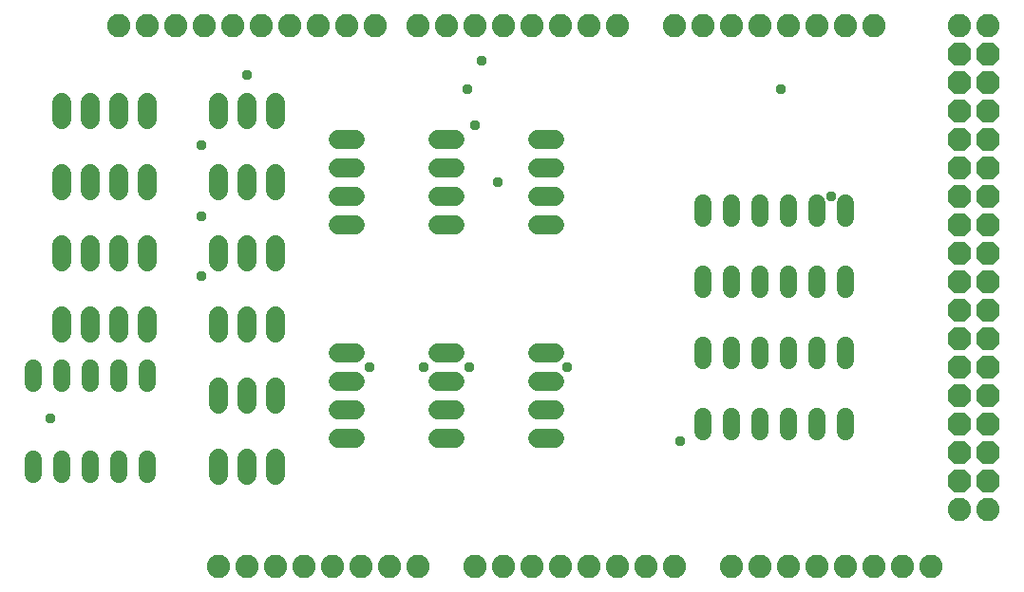
<source format=gbs>
G75*
%MOIN*%
%OFA0B0*%
%FSLAX25Y25*%
%IPPOS*%
%LPD*%
%AMOC8*
5,1,8,0,0,1.08239X$1,22.5*
%
%ADD10C,0.08200*%
%ADD11OC8,0.08200*%
%ADD12C,0.06800*%
%ADD13C,0.06000*%
%ADD14C,0.03778*%
D10*
X0136250Y0019200D03*
X0146250Y0019200D03*
X0156250Y0019200D03*
X0166250Y0019200D03*
X0176250Y0019200D03*
X0186250Y0019200D03*
X0196250Y0019200D03*
X0206250Y0019200D03*
X0226250Y0019200D03*
X0236250Y0019200D03*
X0246250Y0019200D03*
X0256250Y0019200D03*
X0266250Y0019200D03*
X0276250Y0019200D03*
X0286250Y0019200D03*
X0296250Y0019200D03*
X0316250Y0019200D03*
X0326250Y0019200D03*
X0336250Y0019200D03*
X0346250Y0019200D03*
X0356250Y0019200D03*
X0366250Y0019200D03*
X0376250Y0019200D03*
X0386250Y0019200D03*
X0396250Y0039200D03*
X0406250Y0039200D03*
X0406250Y0209200D03*
X0396250Y0209200D03*
X0366250Y0209200D03*
X0356250Y0209200D03*
X0346250Y0209200D03*
X0336250Y0209200D03*
X0326250Y0209200D03*
X0316250Y0209200D03*
X0306250Y0209200D03*
X0296250Y0209200D03*
X0276250Y0209200D03*
X0266250Y0209200D03*
X0256250Y0209200D03*
X0246250Y0209200D03*
X0236250Y0209200D03*
X0226250Y0209200D03*
X0216250Y0209200D03*
X0206250Y0209200D03*
X0191250Y0209200D03*
X0181250Y0209200D03*
X0171250Y0209200D03*
X0161250Y0209200D03*
X0151250Y0209200D03*
X0141250Y0209200D03*
X0131250Y0209200D03*
X0121250Y0209200D03*
X0111250Y0209200D03*
X0101250Y0209200D03*
D11*
X0396250Y0199200D03*
X0406250Y0199200D03*
X0406250Y0189200D03*
X0396250Y0189200D03*
X0396250Y0179200D03*
X0406250Y0179200D03*
X0406250Y0169200D03*
X0396250Y0169200D03*
X0396250Y0159200D03*
X0406250Y0159200D03*
X0406250Y0149200D03*
X0396250Y0149200D03*
X0396250Y0139200D03*
X0406250Y0139200D03*
X0406250Y0129200D03*
X0396250Y0129200D03*
X0396250Y0119200D03*
X0406250Y0119200D03*
X0406250Y0109200D03*
X0396250Y0109200D03*
X0396250Y0099200D03*
X0406250Y0099200D03*
X0406250Y0089200D03*
X0396250Y0089200D03*
X0396250Y0079200D03*
X0406250Y0079200D03*
X0406250Y0069200D03*
X0396250Y0069200D03*
X0396250Y0059200D03*
X0406250Y0059200D03*
X0406250Y0049200D03*
X0396250Y0049200D03*
D12*
X0254250Y0064200D02*
X0248250Y0064200D01*
X0248250Y0074200D02*
X0254250Y0074200D01*
X0254250Y0084200D02*
X0248250Y0084200D01*
X0248250Y0094200D02*
X0254250Y0094200D01*
X0219250Y0094200D02*
X0213250Y0094200D01*
X0213250Y0084200D02*
X0219250Y0084200D01*
X0219250Y0074200D02*
X0213250Y0074200D01*
X0213250Y0064200D02*
X0219250Y0064200D01*
X0184250Y0064200D02*
X0178250Y0064200D01*
X0178250Y0074200D02*
X0184250Y0074200D01*
X0184250Y0084200D02*
X0178250Y0084200D01*
X0178250Y0094200D02*
X0184250Y0094200D01*
X0156250Y0101200D02*
X0156250Y0107200D01*
X0146250Y0107200D02*
X0146250Y0101200D01*
X0136250Y0101200D02*
X0136250Y0107200D01*
X0111250Y0107200D02*
X0111250Y0101200D01*
X0101250Y0101200D02*
X0101250Y0107200D01*
X0091250Y0107200D02*
X0091250Y0101200D01*
X0081250Y0101200D02*
X0081250Y0107200D01*
X0081250Y0126200D02*
X0081250Y0132200D01*
X0091250Y0132200D02*
X0091250Y0126200D01*
X0101250Y0126200D02*
X0101250Y0132200D01*
X0111250Y0132200D02*
X0111250Y0126200D01*
X0136250Y0126200D02*
X0136250Y0132200D01*
X0146250Y0132200D02*
X0146250Y0126200D01*
X0156250Y0126200D02*
X0156250Y0132200D01*
X0178250Y0139200D02*
X0184250Y0139200D01*
X0184250Y0149200D02*
X0178250Y0149200D01*
X0178250Y0159200D02*
X0184250Y0159200D01*
X0184250Y0169200D02*
X0178250Y0169200D01*
X0156250Y0176200D02*
X0156250Y0182200D01*
X0146250Y0182200D02*
X0146250Y0176200D01*
X0136250Y0176200D02*
X0136250Y0182200D01*
X0111250Y0182200D02*
X0111250Y0176200D01*
X0101250Y0176200D02*
X0101250Y0182200D01*
X0091250Y0182200D02*
X0091250Y0176200D01*
X0081250Y0176200D02*
X0081250Y0182200D01*
X0081250Y0157200D02*
X0081250Y0151200D01*
X0091250Y0151200D02*
X0091250Y0157200D01*
X0101250Y0157200D02*
X0101250Y0151200D01*
X0111250Y0151200D02*
X0111250Y0157200D01*
X0136250Y0157200D02*
X0136250Y0151200D01*
X0146250Y0151200D02*
X0146250Y0157200D01*
X0156250Y0157200D02*
X0156250Y0151200D01*
X0213250Y0149200D02*
X0219250Y0149200D01*
X0219250Y0159200D02*
X0213250Y0159200D01*
X0213250Y0169200D02*
X0219250Y0169200D01*
X0248250Y0169200D02*
X0254250Y0169200D01*
X0254250Y0159200D02*
X0248250Y0159200D01*
X0248250Y0149200D02*
X0254250Y0149200D01*
X0254250Y0139200D02*
X0248250Y0139200D01*
X0219250Y0139200D02*
X0213250Y0139200D01*
X0156250Y0082200D02*
X0156250Y0076200D01*
X0146250Y0076200D02*
X0146250Y0082200D01*
X0136250Y0082200D02*
X0136250Y0076200D01*
X0136250Y0057200D02*
X0136250Y0051200D01*
X0146250Y0051200D02*
X0146250Y0057200D01*
X0156250Y0057200D02*
X0156250Y0051200D01*
D13*
X0071250Y0051600D02*
X0071250Y0056800D01*
X0081250Y0056800D02*
X0081250Y0051600D01*
X0091250Y0051600D02*
X0091250Y0056800D01*
X0101250Y0056800D02*
X0101250Y0051600D01*
X0111250Y0051600D02*
X0111250Y0056800D01*
X0111250Y0083600D02*
X0111250Y0088800D01*
X0101250Y0088800D02*
X0101250Y0083600D01*
X0091250Y0083600D02*
X0091250Y0088800D01*
X0081250Y0088800D02*
X0081250Y0083600D01*
X0071250Y0083600D02*
X0071250Y0088800D01*
X0306250Y0091600D02*
X0306250Y0096800D01*
X0316250Y0096800D02*
X0316250Y0091600D01*
X0326250Y0091600D02*
X0326250Y0096800D01*
X0336250Y0096800D02*
X0336250Y0091600D01*
X0346250Y0091600D02*
X0346250Y0096800D01*
X0356250Y0096800D02*
X0356250Y0091600D01*
X0356250Y0071800D02*
X0356250Y0066600D01*
X0346250Y0066600D02*
X0346250Y0071800D01*
X0336250Y0071800D02*
X0336250Y0066600D01*
X0326250Y0066600D02*
X0326250Y0071800D01*
X0316250Y0071800D02*
X0316250Y0066600D01*
X0306250Y0066600D02*
X0306250Y0071800D01*
X0306250Y0116600D02*
X0306250Y0121800D01*
X0316250Y0121800D02*
X0316250Y0116600D01*
X0326250Y0116600D02*
X0326250Y0121800D01*
X0336250Y0121800D02*
X0336250Y0116600D01*
X0346250Y0116600D02*
X0346250Y0121800D01*
X0356250Y0121800D02*
X0356250Y0116600D01*
X0356250Y0141600D02*
X0356250Y0146800D01*
X0346250Y0146800D02*
X0346250Y0141600D01*
X0336250Y0141600D02*
X0336250Y0146800D01*
X0326250Y0146800D02*
X0326250Y0141600D01*
X0316250Y0141600D02*
X0316250Y0146800D01*
X0306250Y0146800D02*
X0306250Y0141600D01*
D14*
X0351250Y0149200D03*
X0333750Y0186700D03*
X0234250Y0154200D03*
X0226250Y0174200D03*
X0223750Y0186700D03*
X0228750Y0196700D03*
X0146250Y0191700D03*
X0130250Y0167200D03*
X0130250Y0142200D03*
X0130250Y0121200D03*
X0189250Y0089200D03*
X0208250Y0089200D03*
X0224250Y0089200D03*
X0258750Y0089200D03*
X0298250Y0063200D03*
X0077250Y0071200D03*
M02*

</source>
